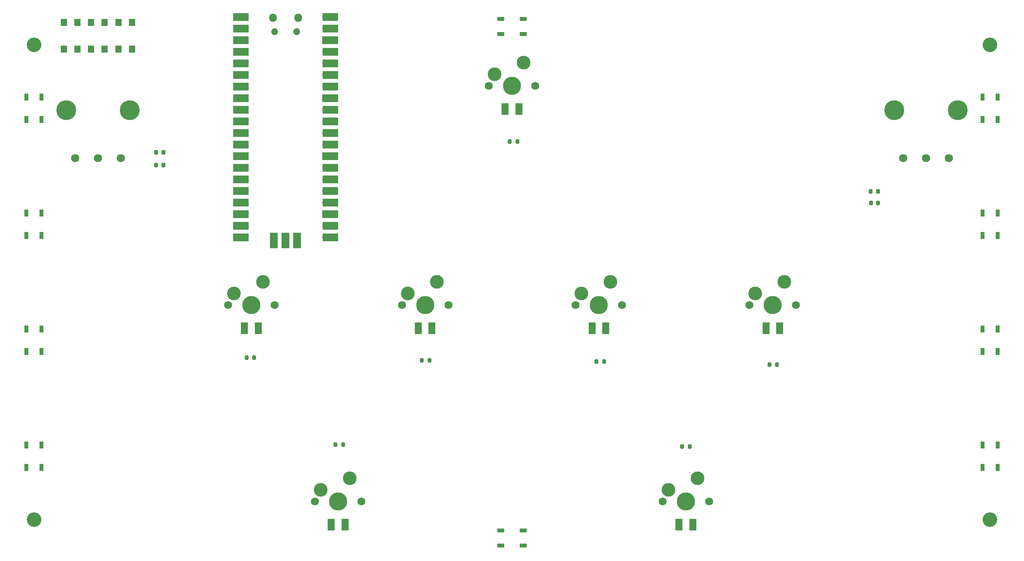
<source format=gts>
G04 #@! TF.GenerationSoftware,KiCad,Pcbnew,7.0.8*
G04 #@! TF.CreationDate,2023-11-04T04:32:00-07:00*
G04 #@! TF.ProjectId,picovoltexv2,7069636f-766f-46c7-9465-7876322e6b69,rev?*
G04 #@! TF.SameCoordinates,Original*
G04 #@! TF.FileFunction,Soldermask,Top*
G04 #@! TF.FilePolarity,Negative*
%FSLAX46Y46*%
G04 Gerber Fmt 4.6, Leading zero omitted, Abs format (unit mm)*
G04 Created by KiCad (PCBNEW 7.0.8) date 2023-11-04 04:32:00*
%MOMM*%
%LPD*%
G01*
G04 APERTURE LIST*
G04 Aperture macros list*
%AMRoundRect*
0 Rectangle with rounded corners*
0 $1 Rounding radius*
0 $2 $3 $4 $5 $6 $7 $8 $9 X,Y pos of 4 corners*
0 Add a 4 corners polygon primitive as box body*
4,1,4,$2,$3,$4,$5,$6,$7,$8,$9,$2,$3,0*
0 Add four circle primitives for the rounded corners*
1,1,$1+$1,$2,$3*
1,1,$1+$1,$4,$5*
1,1,$1+$1,$6,$7*
1,1,$1+$1,$8,$9*
0 Add four rect primitives between the rounded corners*
20,1,$1+$1,$2,$3,$4,$5,0*
20,1,$1+$1,$4,$5,$6,$7,0*
20,1,$1+$1,$6,$7,$8,$9,0*
20,1,$1+$1,$8,$9,$2,$3,0*%
G04 Aperture macros list end*
%ADD10R,0.900000X1.500000*%
%ADD11R,1.500000X0.900000*%
%ADD12C,3.200000*%
%ADD13C,1.800000*%
%ADD14C,4.350000*%
%ADD15RoundRect,0.200000X-0.200000X-0.275000X0.200000X-0.275000X0.200000X0.275000X-0.200000X0.275000X0*%
%ADD16RoundRect,0.200000X0.200000X0.275000X-0.200000X0.275000X-0.200000X-0.275000X0.200000X-0.275000X0*%
%ADD17C,1.750000*%
%ADD18C,3.000000*%
%ADD19C,3.987800*%
%ADD20R,1.500000X2.600000*%
%ADD21R,1.400000X1.650000*%
%ADD22RoundRect,0.225000X0.225000X0.250000X-0.225000X0.250000X-0.225000X-0.250000X0.225000X-0.250000X0*%
%ADD23O,1.800000X1.800000*%
%ADD24O,1.500000X1.500000*%
%ADD25O,1.700000X1.700000*%
%ADD26R,3.500000X1.700000*%
%ADD27R,1.700000X1.700000*%
%ADD28R,1.700000X3.500000*%
%ADD29RoundRect,0.225000X-0.225000X-0.250000X0.225000X-0.250000X0.225000X0.250000X-0.225000X0.250000X0*%
G04 APERTURE END LIST*
D10*
X46250000Y-60870000D03*
X49550000Y-60870000D03*
X49550000Y-55970000D03*
X46250000Y-55970000D03*
X46250000Y-86270000D03*
X49550000Y-86270000D03*
X49550000Y-81370000D03*
X46250000Y-81370000D03*
X46250000Y-111670000D03*
X49550000Y-111670000D03*
X49550000Y-106770000D03*
X46250000Y-106770000D03*
X46250000Y-137070000D03*
X49550000Y-137070000D03*
X49550000Y-132170000D03*
X46250000Y-132170000D03*
D11*
X154850000Y-154170000D03*
X154850000Y-150870000D03*
X149950000Y-150870000D03*
X149950000Y-154170000D03*
D10*
X258550000Y-132170000D03*
X255250000Y-132170000D03*
X255250000Y-137070000D03*
X258550000Y-137070000D03*
X258550000Y-106770000D03*
X255250000Y-106770000D03*
X255250000Y-111670000D03*
X258550000Y-111670000D03*
X258550000Y-81370000D03*
X255250000Y-81370000D03*
X255250000Y-86270000D03*
X258550000Y-86270000D03*
X258550000Y-55970000D03*
X255250000Y-55970000D03*
X255250000Y-60870000D03*
X258550000Y-60870000D03*
D11*
X149950000Y-38870000D03*
X149950000Y-42170000D03*
X154850000Y-42170000D03*
X154850000Y-38870000D03*
D12*
X47900000Y-44520000D03*
D13*
X56900000Y-69320000D03*
X61900000Y-69320000D03*
X66900000Y-69320000D03*
D14*
X54950000Y-58820000D03*
X68850000Y-58820000D03*
D15*
X94375000Y-113020000D03*
X96025000Y-113020000D03*
D16*
X153570000Y-65720000D03*
X151920000Y-65720000D03*
X172545000Y-113820000D03*
X170895000Y-113820000D03*
D17*
X185320000Y-144520000D03*
D18*
X186590000Y-141980000D03*
D19*
X190400000Y-144520000D03*
D18*
X192940000Y-139440000D03*
D17*
X195480000Y-144520000D03*
D20*
X188900000Y-149600000D03*
X191900000Y-149600000D03*
D13*
X237900000Y-69320000D03*
X242900000Y-69320000D03*
X247900000Y-69320000D03*
D14*
X235950000Y-58820000D03*
X249850000Y-58820000D03*
D21*
X54400000Y-45445000D03*
X54400000Y-39595000D03*
X57400000Y-45445000D03*
X57400000Y-39595000D03*
D22*
X232450000Y-79120000D03*
X230900000Y-79120000D03*
D17*
X166320000Y-101520000D03*
D18*
X167590000Y-98980000D03*
D19*
X171400000Y-101520000D03*
D18*
X173940000Y-96440000D03*
D17*
X176480000Y-101520000D03*
D20*
X169900000Y-106600000D03*
X172900000Y-106600000D03*
D17*
X109320000Y-144520000D03*
D18*
X110590000Y-141980000D03*
D19*
X114400000Y-144520000D03*
D18*
X116940000Y-139440000D03*
D17*
X119480000Y-144520000D03*
D20*
X112900000Y-149600000D03*
X115900000Y-149600000D03*
D22*
X76175000Y-70820000D03*
X74625000Y-70820000D03*
D16*
X115470000Y-132020000D03*
X113820000Y-132020000D03*
X134345000Y-113620000D03*
X132695000Y-113620000D03*
D12*
X47900000Y-148520000D03*
D23*
X100175000Y-38575000D03*
D24*
X100475000Y-41605000D03*
X105325000Y-41605000D03*
D23*
X105625000Y-38575000D03*
D25*
X94010000Y-38445000D03*
D26*
X93110000Y-38445000D03*
D25*
X94010000Y-40985000D03*
D26*
X93110000Y-40985000D03*
D27*
X94010000Y-43525000D03*
D26*
X93110000Y-43525000D03*
D25*
X94010000Y-46065000D03*
D26*
X93110000Y-46065000D03*
D25*
X94010000Y-48605000D03*
D26*
X93110000Y-48605000D03*
D25*
X94010000Y-51145000D03*
D26*
X93110000Y-51145000D03*
D25*
X94010000Y-53685000D03*
D26*
X93110000Y-53685000D03*
D27*
X94010000Y-56225000D03*
D26*
X93110000Y-56225000D03*
D25*
X94010000Y-58765000D03*
D26*
X93110000Y-58765000D03*
D25*
X94010000Y-61305000D03*
D26*
X93110000Y-61305000D03*
D25*
X94010000Y-63845000D03*
D26*
X93110000Y-63845000D03*
D25*
X94010000Y-66385000D03*
D26*
X93110000Y-66385000D03*
D27*
X94010000Y-68925000D03*
D26*
X93110000Y-68925000D03*
D25*
X94010000Y-71465000D03*
D26*
X93110000Y-71465000D03*
D25*
X94010000Y-74005000D03*
D26*
X93110000Y-74005000D03*
D25*
X94010000Y-76545000D03*
D26*
X93110000Y-76545000D03*
D25*
X94010000Y-79085000D03*
D26*
X93110000Y-79085000D03*
D27*
X94010000Y-81625000D03*
D26*
X93110000Y-81625000D03*
D25*
X94010000Y-84165000D03*
D26*
X93110000Y-84165000D03*
D25*
X94010000Y-86705000D03*
D26*
X93110000Y-86705000D03*
D25*
X111790000Y-86705000D03*
D26*
X112690000Y-86705000D03*
D25*
X111790000Y-84165000D03*
D26*
X112690000Y-84165000D03*
D27*
X111790000Y-81625000D03*
D26*
X112690000Y-81625000D03*
D25*
X111790000Y-79085000D03*
D26*
X112690000Y-79085000D03*
D25*
X111790000Y-76545000D03*
D26*
X112690000Y-76545000D03*
D25*
X111790000Y-74005000D03*
D26*
X112690000Y-74005000D03*
D25*
X111790000Y-71465000D03*
D26*
X112690000Y-71465000D03*
D27*
X111790000Y-68925000D03*
D26*
X112690000Y-68925000D03*
D25*
X111790000Y-66385000D03*
D26*
X112690000Y-66385000D03*
D25*
X111790000Y-63845000D03*
D26*
X112690000Y-63845000D03*
D25*
X111790000Y-61305000D03*
D26*
X112690000Y-61305000D03*
D25*
X111790000Y-58765000D03*
D26*
X112690000Y-58765000D03*
D27*
X111790000Y-56225000D03*
D26*
X112690000Y-56225000D03*
D25*
X111790000Y-53685000D03*
D26*
X112690000Y-53685000D03*
D25*
X111790000Y-51145000D03*
D26*
X112690000Y-51145000D03*
D25*
X111790000Y-48605000D03*
D26*
X112690000Y-48605000D03*
D25*
X111790000Y-46065000D03*
D26*
X112690000Y-46065000D03*
D27*
X111790000Y-43525000D03*
D26*
X112690000Y-43525000D03*
D25*
X111790000Y-40985000D03*
D26*
X112690000Y-40985000D03*
D25*
X111790000Y-38445000D03*
D26*
X112690000Y-38445000D03*
D25*
X100360000Y-86475000D03*
D28*
X100360000Y-87375000D03*
D27*
X102900000Y-86475000D03*
D28*
X102900000Y-87375000D03*
D25*
X105440000Y-86475000D03*
D28*
X105440000Y-87375000D03*
D17*
X147320000Y-53520000D03*
D18*
X148590000Y-50980000D03*
D19*
X152400000Y-53520000D03*
D18*
X154940000Y-48440000D03*
D17*
X157480000Y-53520000D03*
D20*
X150900000Y-58600000D03*
X153900000Y-58600000D03*
D12*
X256900000Y-148520000D03*
D21*
X60370000Y-45445000D03*
X60370000Y-39595000D03*
X63370000Y-45445000D03*
X63370000Y-39595000D03*
D12*
X256900000Y-44520000D03*
D16*
X191245000Y-132520000D03*
X189595000Y-132520000D03*
D21*
X66340000Y-45445000D03*
X66340000Y-39595000D03*
X69340000Y-45445000D03*
X69340000Y-39595000D03*
D16*
X210325000Y-114520000D03*
X208675000Y-114520000D03*
D22*
X232375000Y-76620000D03*
X230825000Y-76620000D03*
D17*
X128320000Y-101520000D03*
D18*
X129590000Y-98980000D03*
D19*
X133400000Y-101520000D03*
D18*
X135940000Y-96440000D03*
D17*
X138480000Y-101520000D03*
D20*
X131900000Y-106600000D03*
X134900000Y-106600000D03*
D29*
X74625000Y-68020000D03*
X76175000Y-68020000D03*
D17*
X204320000Y-101520000D03*
D18*
X205590000Y-98980000D03*
D19*
X209400000Y-101520000D03*
D18*
X211940000Y-96440000D03*
D17*
X214480000Y-101520000D03*
D20*
X207900000Y-106600000D03*
X210900000Y-106600000D03*
D17*
X90320000Y-101520000D03*
D18*
X91590000Y-98980000D03*
D19*
X95400000Y-101520000D03*
D18*
X97940000Y-96440000D03*
D17*
X100480000Y-101520000D03*
D20*
X93900000Y-106600000D03*
X96900000Y-106600000D03*
M02*

</source>
